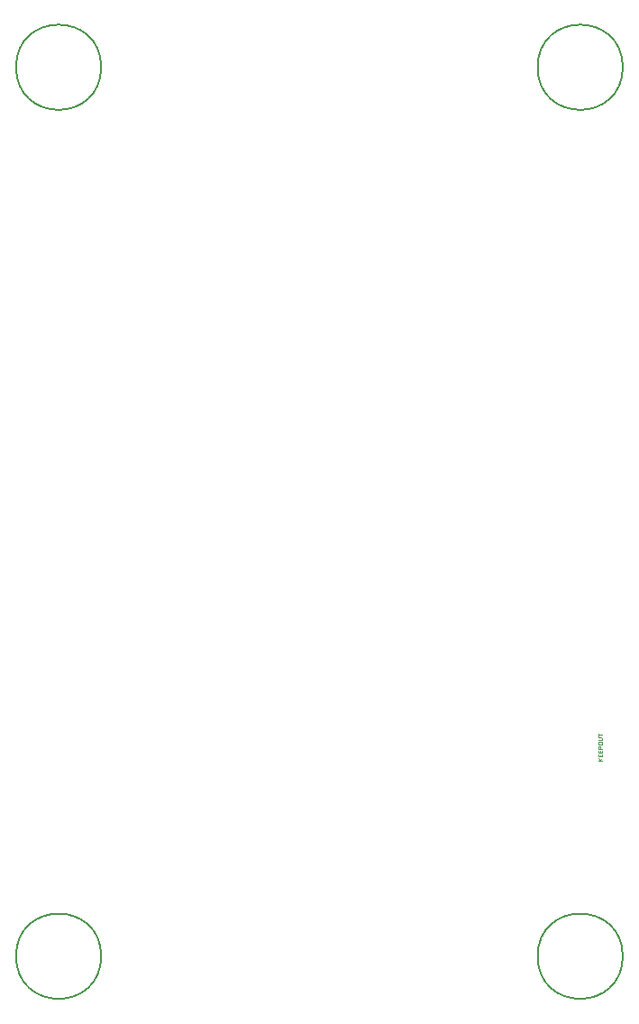
<source format=gbr>
%TF.GenerationSoftware,KiCad,Pcbnew,8.0.3-unknown-1000.20240606gitb882def.fc40*%
%TF.CreationDate,2024-06-07T20:27:57+10:00*%
%TF.ProjectId,l8-kicad,6c382d6b-6963-4616-942e-6b696361645f,1.00*%
%TF.SameCoordinates,Original*%
%TF.FileFunction,Other,Comment*%
%FSLAX46Y46*%
G04 Gerber Fmt 4.6, Leading zero omitted, Abs format (unit mm)*
G04 Created by KiCad (PCBNEW 8.0.3-unknown-1000.20240606gitb882def.fc40) date 2024-06-07 20:27:57*
%MOMM*%
%LPD*%
G01*
G04 APERTURE LIST*
%ADD10C,0.070000*%
%ADD11C,0.150000*%
G04 APERTURE END LIST*
D10*
X154331407Y-168138095D02*
X153931407Y-168138095D01*
X154331407Y-167909524D02*
X154102836Y-168080953D01*
X153931407Y-167909524D02*
X154159979Y-168138095D01*
X154121883Y-167738095D02*
X154121883Y-167604762D01*
X154331407Y-167547619D02*
X154331407Y-167738095D01*
X154331407Y-167738095D02*
X153931407Y-167738095D01*
X153931407Y-167738095D02*
X153931407Y-167547619D01*
X154121883Y-167376190D02*
X154121883Y-167242857D01*
X154331407Y-167185714D02*
X154331407Y-167376190D01*
X154331407Y-167376190D02*
X153931407Y-167376190D01*
X153931407Y-167376190D02*
X153931407Y-167185714D01*
X154331407Y-167014285D02*
X153931407Y-167014285D01*
X153931407Y-167014285D02*
X153931407Y-166861904D01*
X153931407Y-166861904D02*
X153950455Y-166823809D01*
X153950455Y-166823809D02*
X153969502Y-166804762D01*
X153969502Y-166804762D02*
X154007598Y-166785714D01*
X154007598Y-166785714D02*
X154064740Y-166785714D01*
X154064740Y-166785714D02*
X154102836Y-166804762D01*
X154102836Y-166804762D02*
X154121883Y-166823809D01*
X154121883Y-166823809D02*
X154140931Y-166861904D01*
X154140931Y-166861904D02*
X154140931Y-167014285D01*
X153931407Y-166538095D02*
X153931407Y-166461904D01*
X153931407Y-166461904D02*
X153950455Y-166423809D01*
X153950455Y-166423809D02*
X153988550Y-166385714D01*
X153988550Y-166385714D02*
X154064740Y-166366666D01*
X154064740Y-166366666D02*
X154198074Y-166366666D01*
X154198074Y-166366666D02*
X154274264Y-166385714D01*
X154274264Y-166385714D02*
X154312360Y-166423809D01*
X154312360Y-166423809D02*
X154331407Y-166461904D01*
X154331407Y-166461904D02*
X154331407Y-166538095D01*
X154331407Y-166538095D02*
X154312360Y-166576190D01*
X154312360Y-166576190D02*
X154274264Y-166614285D01*
X154274264Y-166614285D02*
X154198074Y-166633333D01*
X154198074Y-166633333D02*
X154064740Y-166633333D01*
X154064740Y-166633333D02*
X153988550Y-166614285D01*
X153988550Y-166614285D02*
X153950455Y-166576190D01*
X153950455Y-166576190D02*
X153931407Y-166538095D01*
X153931407Y-166195237D02*
X154255217Y-166195237D01*
X154255217Y-166195237D02*
X154293312Y-166176190D01*
X154293312Y-166176190D02*
X154312360Y-166157142D01*
X154312360Y-166157142D02*
X154331407Y-166119047D01*
X154331407Y-166119047D02*
X154331407Y-166042856D01*
X154331407Y-166042856D02*
X154312360Y-166004761D01*
X154312360Y-166004761D02*
X154293312Y-165985714D01*
X154293312Y-165985714D02*
X154255217Y-165966666D01*
X154255217Y-165966666D02*
X153931407Y-165966666D01*
X153931407Y-165833332D02*
X153931407Y-165604761D01*
X154331407Y-165719047D02*
X153931407Y-165719047D01*
D11*
%TO.C,H3*%
X107250000Y-186500000D02*
G75*
G02*
X99250000Y-186500000I-4000000J0D01*
G01*
X99250000Y-186500000D02*
G75*
G02*
X107250000Y-186500000I4000000J0D01*
G01*
%TO.C,H2*%
X156250000Y-103000000D02*
G75*
G02*
X148250000Y-103000000I-4000000J0D01*
G01*
X148250000Y-103000000D02*
G75*
G02*
X156250000Y-103000000I4000000J0D01*
G01*
%TO.C,H4*%
X156250000Y-186500000D02*
G75*
G02*
X148250000Y-186500000I-4000000J0D01*
G01*
X148250000Y-186500000D02*
G75*
G02*
X156250000Y-186500000I4000000J0D01*
G01*
%TO.C,H1*%
X107250000Y-103000000D02*
G75*
G02*
X99250000Y-103000000I-4000000J0D01*
G01*
X99250000Y-103000000D02*
G75*
G02*
X107250000Y-103000000I4000000J0D01*
G01*
%TD*%
M02*

</source>
